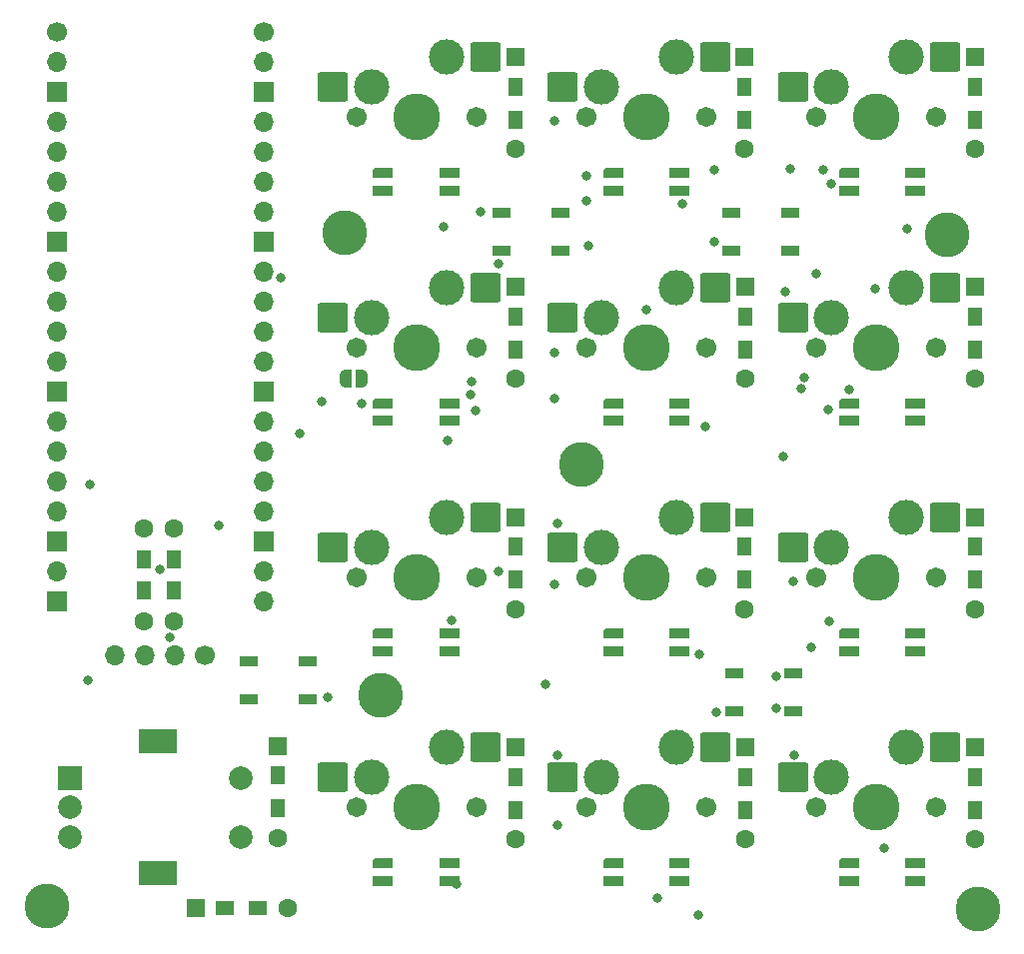
<source format=gbr>
%TF.GenerationSoftware,KiCad,Pcbnew,7.0.5*%
%TF.CreationDate,2023-11-05T18:34:38-08:00*%
%TF.ProjectId,3x4-macropad,3378342d-6d61-4637-926f-7061642e6b69,rev?*%
%TF.SameCoordinates,Original*%
%TF.FileFunction,Soldermask,Bot*%
%TF.FilePolarity,Negative*%
%FSLAX46Y46*%
G04 Gerber Fmt 4.6, Leading zero omitted, Abs format (unit mm)*
G04 Created by KiCad (PCBNEW 7.0.5) date 2023-11-05 18:34:38*
%MOMM*%
%LPD*%
G01*
G04 APERTURE LIST*
G04 Aperture macros list*
%AMRoundRect*
0 Rectangle with rounded corners*
0 $1 Rounding radius*
0 $2 $3 $4 $5 $6 $7 $8 $9 X,Y pos of 4 corners*
0 Add a 4 corners polygon primitive as box body*
4,1,4,$2,$3,$4,$5,$6,$7,$8,$9,$2,$3,0*
0 Add four circle primitives for the rounded corners*
1,1,$1+$1,$2,$3*
1,1,$1+$1,$4,$5*
1,1,$1+$1,$6,$7*
1,1,$1+$1,$8,$9*
0 Add four rect primitives between the rounded corners*
20,1,$1+$1,$2,$3,$4,$5,0*
20,1,$1+$1,$4,$5,$6,$7,0*
20,1,$1+$1,$6,$7,$8,$9,0*
20,1,$1+$1,$8,$9,$2,$3,0*%
%AMOutline5P*
0 Free polygon, 5 corners , with rotation*
0 The origin of the aperture is its center*
0 number of corners: always 5*
0 $1 to $10 corner X, Y*
0 $11 Rotation angle, in degrees counterclockwise*
0 create outline with 5 corners*
4,1,5,$1,$2,$3,$4,$5,$6,$7,$8,$9,$10,$1,$2,$11*%
%AMOutline6P*
0 Free polygon, 6 corners , with rotation*
0 The origin of the aperture is its center*
0 number of corners: always 6*
0 $1 to $12 corner X, Y*
0 $13 Rotation angle, in degrees counterclockwise*
0 create outline with 6 corners*
4,1,6,$1,$2,$3,$4,$5,$6,$7,$8,$9,$10,$11,$12,$1,$2,$13*%
%AMOutline7P*
0 Free polygon, 7 corners , with rotation*
0 The origin of the aperture is its center*
0 number of corners: always 7*
0 $1 to $14 corner X, Y*
0 $15 Rotation angle, in degrees counterclockwise*
0 create outline with 7 corners*
4,1,7,$1,$2,$3,$4,$5,$6,$7,$8,$9,$10,$11,$12,$13,$14,$1,$2,$15*%
%AMOutline8P*
0 Free polygon, 8 corners , with rotation*
0 The origin of the aperture is its center*
0 number of corners: always 8*
0 $1 to $16 corner X, Y*
0 $17 Rotation angle, in degrees counterclockwise*
0 create outline with 8 corners*
4,1,8,$1,$2,$3,$4,$5,$6,$7,$8,$9,$10,$11,$12,$13,$14,$15,$16,$1,$2,$17*%
%AMFreePoly0*
4,1,19,0.500000,-0.750000,0.000000,-0.750000,0.000000,-0.744911,-0.071157,-0.744911,-0.207708,-0.704816,-0.327430,-0.627875,-0.420627,-0.520320,-0.479746,-0.390866,-0.500000,-0.250000,-0.500000,0.250000,-0.479746,0.390866,-0.420627,0.520320,-0.327430,0.627875,-0.207708,0.704816,-0.071157,0.744911,0.000000,0.744911,0.000000,0.750000,0.500000,0.750000,0.500000,-0.750000,0.500000,-0.750000,
$1*%
%AMFreePoly1*
4,1,19,0.000000,0.744911,0.071157,0.744911,0.207708,0.704816,0.327430,0.627875,0.420627,0.520320,0.479746,0.390866,0.500000,0.250000,0.500000,-0.250000,0.479746,-0.390866,0.420627,-0.520320,0.327430,-0.627875,0.207708,-0.704816,0.071157,-0.744911,0.000000,-0.744911,0.000000,-0.750000,-0.500000,-0.750000,-0.500000,0.750000,0.000000,0.750000,0.000000,0.744911,0.000000,0.744911,
$1*%
G04 Aperture macros list end*
%ADD10C,1.701800*%
%ADD11C,3.000000*%
%ADD12C,3.987800*%
%ADD13RoundRect,0.200000X-1.075000X-1.050000X1.075000X-1.050000X1.075000X1.050000X-1.075000X1.050000X0*%
%ADD14C,3.800000*%
%ADD15C,2.600000*%
%ADD16R,2.000000X2.000000*%
%ADD17C,2.000000*%
%ADD18R,3.200000X2.000000*%
%ADD19C,1.700000*%
%ADD20O,1.700000X1.700000*%
%ADD21R,1.501140X0.899160*%
%ADD22R,1.700000X1.700000*%
%ADD23R,1.700000X0.820000*%
%ADD24Outline5P,-0.850000X0.410000X0.850000X0.410000X0.850000X-0.246000X0.686000X-0.410000X-0.850000X-0.410000X180.000000*%
%ADD25R,1.200000X1.600000*%
%ADD26R,1.600000X1.600000*%
%ADD27C,1.600000*%
%ADD28R,1.200000X1.500000*%
%ADD29FreePoly0,0.000000*%
%ADD30FreePoly1,0.000000*%
%ADD31R,1.600000X1.200000*%
%ADD32C,0.800000*%
G04 APERTURE END LIST*
D10*
%TO.C,SW12*%
X194920000Y-99500000D03*
D11*
X196190000Y-96960000D03*
D12*
X200000000Y-99500000D03*
D11*
X202540000Y-94420000D03*
D10*
X205080000Y-99500000D03*
D13*
X192915000Y-96960000D03*
X205842000Y-94420000D03*
%TD*%
D10*
%TO.C,SW9*%
X194920000Y-41000000D03*
D11*
X196190000Y-38460000D03*
D12*
X200000000Y-41000000D03*
D11*
X202540000Y-35920000D03*
D10*
X205080000Y-41000000D03*
D13*
X192915000Y-38460000D03*
X205842000Y-35920000D03*
%TD*%
D14*
%TO.C,H3*%
X175000000Y-70400000D03*
D15*
X175000000Y-70400000D03*
%TD*%
D10*
%TO.C,SW8*%
X175420000Y-99500000D03*
D11*
X176690000Y-96960000D03*
D12*
X180500000Y-99500000D03*
D11*
X183040000Y-94420000D03*
D10*
X185580000Y-99500000D03*
D13*
X173415000Y-96960000D03*
X186342000Y-94420000D03*
%TD*%
D16*
%TO.C,ENC1*%
X131650000Y-97000000D03*
D17*
X131650000Y-102000000D03*
X131650000Y-99500000D03*
D18*
X139150000Y-93900000D03*
X139150000Y-105100000D03*
D17*
X146150000Y-102000000D03*
X146150000Y-97000000D03*
%TD*%
D10*
%TO.C,SW1*%
X155920000Y-41000000D03*
D11*
X157190000Y-38460000D03*
D12*
X161000000Y-41000000D03*
D11*
X163540000Y-35920000D03*
D10*
X166080000Y-41000000D03*
D13*
X153915000Y-38460000D03*
X166842000Y-35920000D03*
%TD*%
D15*
%TO.C,H5*%
X129700000Y-107900000D03*
D14*
X129700000Y-107900000D03*
%TD*%
D10*
%TO.C,SW4*%
X155920000Y-99500000D03*
D11*
X157190000Y-96960000D03*
D12*
X161000000Y-99500000D03*
D11*
X163540000Y-94420000D03*
D10*
X166080000Y-99500000D03*
D13*
X153915000Y-96960000D03*
X166842000Y-94420000D03*
%TD*%
D10*
%TO.C,SW11*%
X194920000Y-80000000D03*
D11*
X196190000Y-77460000D03*
D12*
X200000000Y-80000000D03*
D11*
X202540000Y-74920000D03*
D10*
X205080000Y-80000000D03*
D13*
X192915000Y-77460000D03*
X205842000Y-74920000D03*
%TD*%
D10*
%TO.C,SW5*%
X175420000Y-41000000D03*
D11*
X176690000Y-38460000D03*
D12*
X180500000Y-41000000D03*
D11*
X183040000Y-35920000D03*
D10*
X185580000Y-41000000D03*
D13*
X173415000Y-38460000D03*
X186342000Y-35920000D03*
%TD*%
D15*
%TO.C,H2*%
X206000000Y-51000000D03*
D14*
X206000000Y-51000000D03*
%TD*%
D10*
%TO.C,SW6*%
X175420000Y-60500000D03*
D11*
X176690000Y-57960000D03*
D12*
X180500000Y-60500000D03*
D11*
X183040000Y-55420000D03*
D10*
X185580000Y-60500000D03*
D13*
X173415000Y-57960000D03*
X186342000Y-55420000D03*
%TD*%
D10*
%TO.C,SW10*%
X194920000Y-60500000D03*
D11*
X196190000Y-57960000D03*
D12*
X200000000Y-60500000D03*
D11*
X202540000Y-55420000D03*
D10*
X205080000Y-60500000D03*
D13*
X192915000Y-57960000D03*
X205842000Y-55420000D03*
%TD*%
D10*
%TO.C,SW3*%
X155920000Y-80000000D03*
D11*
X157190000Y-77460000D03*
D12*
X161000000Y-80000000D03*
D11*
X163540000Y-74920000D03*
D10*
X166080000Y-80000000D03*
D13*
X153915000Y-77460000D03*
X166842000Y-74920000D03*
%TD*%
D10*
%TO.C,SW7*%
X175420000Y-80000000D03*
D11*
X176690000Y-77460000D03*
D12*
X180500000Y-80000000D03*
D11*
X183040000Y-74920000D03*
D10*
X185580000Y-80000000D03*
D13*
X173415000Y-77460000D03*
X186342000Y-74920000D03*
%TD*%
D10*
%TO.C,SW2*%
X155920000Y-60500000D03*
D11*
X157190000Y-57960000D03*
D12*
X161000000Y-60500000D03*
D11*
X163540000Y-55420000D03*
D10*
X166080000Y-60500000D03*
D13*
X153915000Y-57960000D03*
X166842000Y-55420000D03*
%TD*%
D15*
%TO.C,H6*%
X208600000Y-108100000D03*
D14*
X208600000Y-108100000D03*
%TD*%
D19*
%TO.C,OLED1*%
X143100000Y-86600000D03*
D20*
X140560000Y-86600000D03*
X138020000Y-86600000D03*
X135480000Y-86600000D03*
%TD*%
D15*
%TO.C,H1*%
X154900000Y-50800000D03*
D14*
X154900000Y-50800000D03*
%TD*%
D15*
%TO.C,H4*%
X158000000Y-90000000D03*
D14*
X158000000Y-90000000D03*
%TD*%
D21*
%TO.C,LED13*%
X168200640Y-52300200D03*
X168200640Y-49099800D03*
X173199360Y-49099800D03*
X173199360Y-52300200D03*
%TD*%
%TO.C,LED15*%
X192949360Y-88149800D03*
X192949360Y-91350200D03*
X187950640Y-91350200D03*
X187950640Y-88149800D03*
%TD*%
D19*
%TO.C,U1*%
X130544000Y-33813000D03*
D20*
X130544000Y-36353000D03*
D22*
X130544000Y-38893000D03*
D20*
X130544000Y-41433000D03*
X130544000Y-43973000D03*
X130544000Y-46513000D03*
X130544000Y-49053000D03*
D22*
X130544000Y-51593000D03*
D20*
X130544000Y-54133000D03*
X130544000Y-56673000D03*
X130544000Y-59213000D03*
X130544000Y-61753000D03*
D22*
X130544000Y-64293000D03*
D20*
X130544000Y-66833000D03*
X130544000Y-69373000D03*
X130544000Y-71913000D03*
X130544000Y-74453000D03*
D22*
X130544000Y-76993000D03*
D20*
X130544000Y-79533000D03*
D22*
X130544000Y-82073000D03*
D20*
X148108000Y-82073000D03*
X148108000Y-79533000D03*
D22*
X148108000Y-76993000D03*
D20*
X148108000Y-74453000D03*
X148108000Y-71913000D03*
X148108000Y-69373000D03*
X148108000Y-66833000D03*
D22*
X148108000Y-64293000D03*
D20*
X148108000Y-61753000D03*
X148108000Y-59213000D03*
X148108000Y-56673000D03*
X148108000Y-54133000D03*
D22*
X148108000Y-51593000D03*
D20*
X148108000Y-49053000D03*
X148108000Y-46513000D03*
X148108000Y-43973000D03*
X148108000Y-41433000D03*
D22*
X148108000Y-38893000D03*
D20*
X148108000Y-36353000D03*
D19*
X148108000Y-33813000D03*
%TD*%
D21*
%TO.C,LED14*%
X187700640Y-52300200D03*
X187700640Y-49099800D03*
X192699360Y-49099800D03*
X192699360Y-52300200D03*
%TD*%
D23*
%TO.C,LED11*%
X183300000Y-47250000D03*
X183300000Y-45750000D03*
D24*
X177700000Y-45750000D03*
D23*
X177700000Y-47250000D03*
%TD*%
D21*
%TO.C,LED16*%
X151799360Y-87099800D03*
X151799360Y-90300200D03*
X146800640Y-90300200D03*
X146800640Y-87099800D03*
%TD*%
D23*
%TO.C,LED3*%
X203300000Y-105750000D03*
X203300000Y-104250000D03*
D24*
X197700000Y-104250000D03*
D23*
X197700000Y-105750000D03*
%TD*%
D25*
%TO.C,D14*%
X149300000Y-96800000D03*
D26*
X149300000Y-94300000D03*
D27*
X149300000Y-102100000D03*
D25*
X149300000Y-99600000D03*
%TD*%
D23*
%TO.C,LED8*%
X183300000Y-66750000D03*
X183300000Y-65250000D03*
D24*
X177700000Y-65250000D03*
D23*
X177700000Y-66750000D03*
%TD*%
%TO.C,LED10*%
X203300000Y-47250000D03*
X203300000Y-45750000D03*
D24*
X197700000Y-45750000D03*
D23*
X197700000Y-47250000D03*
%TD*%
D25*
%TO.C,D11*%
X208400000Y-77400000D03*
D26*
X208400000Y-74900000D03*
D27*
X208400000Y-82700000D03*
D25*
X208400000Y-80200000D03*
%TD*%
%TO.C,D5*%
X188800000Y-38400000D03*
D26*
X188800000Y-35900000D03*
D27*
X188800000Y-43700000D03*
D25*
X188800000Y-41200000D03*
%TD*%
D23*
%TO.C,LED9*%
X203300000Y-66750000D03*
X203300000Y-65250000D03*
D24*
X197700000Y-65250000D03*
D23*
X197700000Y-66750000D03*
%TD*%
%TO.C,LED12*%
X163800000Y-47250000D03*
X163800000Y-45750000D03*
D24*
X158200000Y-45750000D03*
D23*
X158200000Y-47250000D03*
%TD*%
%TO.C,LED4*%
X203300000Y-86250000D03*
X203300000Y-84750000D03*
D24*
X197700000Y-84750000D03*
D23*
X197700000Y-86250000D03*
%TD*%
%TO.C,LED6*%
X163800000Y-86250000D03*
X163800000Y-84750000D03*
D24*
X158200000Y-84750000D03*
D23*
X158200000Y-86250000D03*
%TD*%
D28*
%TO.C,R2*%
X140500000Y-78450000D03*
D27*
X140500000Y-75900000D03*
X140500000Y-83700000D03*
D28*
X140500000Y-81150000D03*
%TD*%
D23*
%TO.C,LED2*%
X183300000Y-105750000D03*
X183300000Y-104250000D03*
D24*
X177700000Y-104250000D03*
D23*
X177700000Y-105750000D03*
%TD*%
D25*
%TO.C,D7*%
X188800000Y-77400000D03*
D26*
X188800000Y-74900000D03*
D27*
X188800000Y-82700000D03*
D25*
X188800000Y-80200000D03*
%TD*%
%TO.C,D6*%
X188900000Y-57900000D03*
D26*
X188900000Y-55400000D03*
D27*
X188900000Y-63200000D03*
D25*
X188900000Y-60700000D03*
%TD*%
%TO.C,D9*%
X208400000Y-38400000D03*
D26*
X208400000Y-35900000D03*
D27*
X208400000Y-43700000D03*
D25*
X208400000Y-41200000D03*
%TD*%
D23*
%TO.C,LED1*%
X163800000Y-105750000D03*
X163800000Y-104250000D03*
D24*
X158200000Y-104250000D03*
D23*
X158200000Y-105750000D03*
%TD*%
D25*
%TO.C,D1*%
X169400000Y-38400000D03*
D26*
X169400000Y-35900000D03*
D27*
X169400000Y-43700000D03*
D25*
X169400000Y-41200000D03*
%TD*%
%TO.C,D4*%
X169400000Y-96900000D03*
D26*
X169400000Y-94400000D03*
D27*
X169400000Y-102200000D03*
D25*
X169400000Y-99700000D03*
%TD*%
D23*
%TO.C,LED5*%
X183300000Y-86250000D03*
X183300000Y-84750000D03*
D24*
X177700000Y-84750000D03*
D23*
X177700000Y-86250000D03*
%TD*%
D25*
%TO.C,D10*%
X208400000Y-57900000D03*
D26*
X208400000Y-55400000D03*
D27*
X208400000Y-63200000D03*
D25*
X208400000Y-60700000D03*
%TD*%
D29*
%TO.C,JP1*%
X155050000Y-63200000D03*
D30*
X156350000Y-63200000D03*
%TD*%
D31*
%TO.C,D13*%
X144800000Y-108000000D03*
D26*
X142300000Y-108000000D03*
D27*
X150100000Y-108000000D03*
D31*
X147600000Y-108000000D03*
%TD*%
D25*
%TO.C,D8*%
X188900000Y-96900000D03*
D26*
X188900000Y-94400000D03*
D27*
X188900000Y-102200000D03*
D25*
X188900000Y-99700000D03*
%TD*%
%TO.C,D12*%
X208400000Y-96900000D03*
D26*
X208400000Y-94400000D03*
D27*
X208400000Y-102200000D03*
D25*
X208400000Y-99700000D03*
%TD*%
%TO.C,D2*%
X169400000Y-57900000D03*
D26*
X169400000Y-55400000D03*
D27*
X169400000Y-63200000D03*
D25*
X169400000Y-60700000D03*
%TD*%
D28*
%TO.C,R1*%
X137900000Y-81150000D03*
D27*
X137900000Y-83700000D03*
X137900000Y-75900000D03*
D28*
X137900000Y-78450000D03*
%TD*%
D25*
%TO.C,D3*%
X169400000Y-77400000D03*
D26*
X169400000Y-74900000D03*
D27*
X169400000Y-82700000D03*
D25*
X169400000Y-80200000D03*
%TD*%
D23*
%TO.C,LED7*%
X163800000Y-66750000D03*
X163800000Y-65250000D03*
D24*
X158200000Y-65250000D03*
D23*
X158200000Y-66750000D03*
%TD*%
D32*
X197372960Y-104250000D03*
X186400000Y-91400000D03*
X173000000Y-101000000D03*
X164000000Y-83623000D03*
X196000000Y-83700000D03*
X194500000Y-85900000D03*
X194900000Y-54300000D03*
X192100000Y-69800000D03*
X156400000Y-65300000D03*
X195956111Y-65775000D03*
X195498587Y-45497559D03*
X192700000Y-45400000D03*
X175400000Y-48100000D03*
X175400000Y-46000000D03*
X153532900Y-90137800D03*
X171960300Y-89050900D03*
X192259600Y-55769600D03*
X191533000Y-91112400D03*
X163301500Y-50324500D03*
X166420900Y-49051100D03*
X186255891Y-45473000D03*
X196179044Y-46659689D03*
X197702500Y-64082500D03*
X193665430Y-64017015D03*
X165598700Y-64548200D03*
X163632300Y-68436200D03*
X184917200Y-108642800D03*
X200625300Y-102930700D03*
X186251600Y-51558300D03*
X199863600Y-55520400D03*
X202606300Y-50450000D03*
X185541700Y-67194800D03*
X181435000Y-107155600D03*
X183541900Y-48317400D03*
X185035100Y-86565000D03*
X191526800Y-88369000D03*
X133185100Y-88750800D03*
X168009100Y-53459500D03*
X165991000Y-65841300D03*
X164461532Y-106027000D03*
X192986300Y-80356100D03*
X193023600Y-95044600D03*
X180527000Y-57339600D03*
X172701400Y-80612900D03*
X173011900Y-95044600D03*
X173011900Y-75407100D03*
X172701400Y-60975400D03*
X172690900Y-64883000D03*
X165686800Y-63443500D03*
X175561600Y-51886800D03*
X172701400Y-41337900D03*
X151131300Y-67817700D03*
X153029351Y-65134149D03*
X133318100Y-72129000D03*
X139249100Y-79290200D03*
X144291300Y-75629500D03*
X140102800Y-85125000D03*
X167965500Y-79497600D03*
X193876995Y-63039648D03*
X149550000Y-54614775D03*
M02*

</source>
